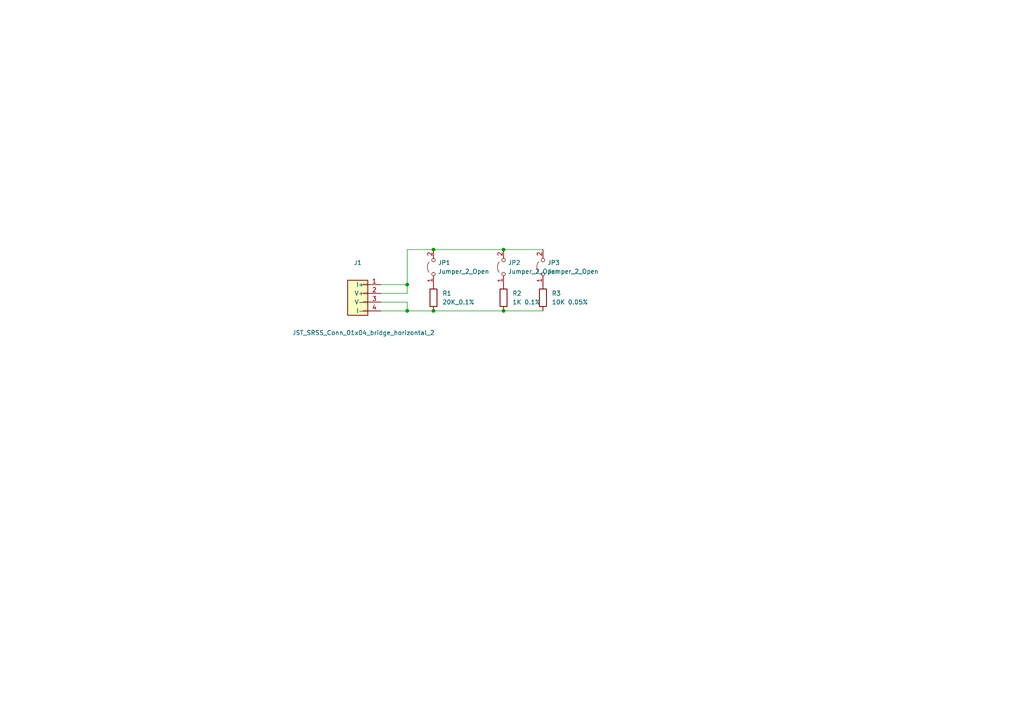
<source format=kicad_sch>
(kicad_sch (version 20211123) (generator eeschema)
  (paper "A4")
  (lib_symbols
    (symbol "0JLC-6:1K" (pin_numbers hide) (pin_names (offset 0))
      (property "Reference" "R" (at 2.032 0 90))
      (property "Value" "1K" (at 0 0 90))
      (symbol "1K_0_1"
        (rectangle (start -1.016 -2.54) (end 1.016 2.54) (stroke (width 0.254)))
      )
      (symbol "1K_1_1"
        (pin passive line (at 0 3.81 270) (length 1.27) (name "~") (number "1"))
        (pin passive line (at 0 -3.81 90) (length 1.27) (name "~") (number "2"))
      )
    )
    (symbol "0JLC-6:20K_0.1%" (pin_numbers hide) (pin_names (offset 0))
      (property "Reference" "R" (at 2.032 0 90))
      (property "Value" "20K_0.1%" (at 0 0 90))
      (symbol "20K_0.1%_0_1"
        (rectangle (start -1.016 -2.54) (end 1.016 2.54) (stroke (width 0.254)))
      )
      (symbol "20K_0.1%_1_1"
        (pin passive line (at 0 3.81 270) (length 1.27) (name "~") (number "1"))
        (pin passive line (at 0 -3.81 90) (length 1.27) (name "~") (number "2"))
      )
    )
    (symbol "0JLC-6:JST_SRSS_Conn_01x04_bridge_horizontal_2" (pin_names (offset 1.016))
      (property "Reference" "J" (at 0 5.08 0))
      (property "Value" "JST_SRSS_Conn_01x04_bridge_horizontal_2" (at 0 -7.62 0))
      (symbol "JST_SRSS_Conn_01x04_bridge_horizontal_2_1_1"
        (rectangle (start -1.27 -4.953) (end 0 -5.207) (stroke (width 0.1524)))
        (rectangle (start -1.27 -2.413) (end 0 -2.667) (stroke (width 0.1524)))
        (rectangle (start -1.27 0.127) (end 0 -0.127) (stroke (width 0.1524)))
        (rectangle (start -1.27 2.667) (end 0 2.413) (stroke (width 0.1524)))
        (rectangle (start -1.27 3.81) (end 4.572 -6.35) (stroke (width 0.254)) (fill (type background)))
        (pin passive line (at -5.08 2.54 0) (length 3.81) (name "I+") (number "1"))
        (pin passive line (at -5.08 0 0) (length 3.81) (name "V+") (number "2"))
        (pin passive line (at -5.08 -2.54 0) (length 3.81) (name "V-") (number "3"))
        (pin passive line (at -5.08 -5.08 0) (length 3.81) (name "I-") (number "4"))
      )
    )
    (symbol "Jumper:Jumper_2_Open" (pin_names (offset 0) hide)
      (property "Reference" "JP" (at 0 2.794 0))
      (property "Value" "Jumper_2_Open" (at 0 -2.286 0))
      (symbol "Jumper_2_Open_0_0"
        (circle (center -2.032 0) (radius 0.508))
        (circle (center 2.032 0) (radius 0.508))
      )
      (symbol "Jumper_2_Open_0_1"
        (arc (start 1.524 1.27) (mid 0 1.778) (end -1.524 1.27))
      )
      (symbol "Jumper_2_Open_1_1"
        (pin passive line (at -5.08 0 0) (length 2.54) (name "A") (number "1"))
        (pin passive line (at 5.08 0 180) (length 2.54) (name "B") (number "2"))
      )
    )
  )
  (junction (at 146.05 72.39))
  (junction (at 146.05 90.17))
  (junction (at 125.73 72.39))
  (junction (at 118.11 90.17))
  (junction (at 125.73 90.17))
  (junction (at 118.11 82.55))
  (wire (pts (xy 110.49 90.17) (xy 118.11 90.17)))
  (wire (pts (xy 125.73 72.39) (xy 118.11 72.39)))
  (wire (pts (xy 118.11 72.39) (xy 118.11 82.55)))
  (wire (pts (xy 125.73 90.17) (xy 146.05 90.17)))
  (wire (pts (xy 146.05 90.17) (xy 157.48 90.17)))
  (wire (pts (xy 118.11 90.17) (xy 125.73 90.17)))
  (wire (pts (xy 146.05 72.39) (xy 125.73 72.39)))
  (wire (pts (xy 118.11 85.09) (xy 110.49 85.09)))
  (wire (pts (xy 157.48 72.39) (xy 146.05 72.39)))
  (wire (pts (xy 118.11 87.63) (xy 118.11 90.17)))
  (wire (pts (xy 118.11 82.55) (xy 118.11 85.09)))
  (wire (pts (xy 110.49 82.55) (xy 118.11 82.55)))
  (wire (pts (xy 110.49 87.63) (xy 118.11 87.63)))
  (symbol (lib_id "Jumper:Jumper_2_Open") (at 146.05 77.47 90) (unit 1)
    (property "Reference" "JP2" (at 147.32 76.1999 90) (effects (justify right)))
    (property "Value" "Jumper_2_Open" (at 147.32 78.7399 90) (effects (justify right)))
    (property "Footprint" "Jumper:SolderJumper-2_P1.3mm_Open_RoundedPad1.0x1.5mm" (effects hide))
  )
  (symbol (lib_id "0JLC-6:20K_0.1%") (at 157.48 86.36 0) (unit 1)
    (property "Reference" "R3" (at 160.02 85.0899 0) (effects (justify left)))
    (property "Value" "10K 0.05%" (at 160.02 87.6299 0) (effects (justify left)))
    (property "Footprint" "Resistor_SMD:R_0603_1608Metric_Pad0.98x0.95mm_HandSolder" (effects hide))
    (property "LCSC" "C374378" (effects hide))
    (property "MPN" "AR03ATC1002A" (effects hide))
  )
  (symbol (lib_id "0JLC-6:1K") (at 146.05 86.36 0) (mirror y) (unit 1)
    (property "Reference" "R2" (at 148.59 85.0899 0) (effects (justify right)))
    (property "Value" "1K 0.1%" (at 148.59 87.6299 0) (effects (justify right)))
    (property "Footprint" "Resistor_SMD:R_0603_1608Metric_Pad0.98x0.95mm_HandSolder" (effects hide))
    (property "LCSC" "C328422" (effects hide))
    (property "MPN" "PTFR0603B1K00P9" (effects hide))
  )
  (symbol (lib_id "0JLC-6:20K_0.1%") (at 125.73 86.36 0) (unit 1)
    (property "Reference" "R1" (at 128.27 85.0899 0) (effects (justify left)))
    (property "Value" "20K_0.1%" (at 128.27 87.6299 0) (effects (justify left)))
    (property "Footprint" "Resistor_SMD:R_0603_1608Metric_Pad0.98x0.95mm_HandSolder" (effects hide))
    (property "LCSC" "C53197" (effects hide))
    (property "MPN" "TC0325B2002T5E" (effects hide))
  )
  (symbol (lib_id "Jumper:Jumper_2_Open") (at 157.48 77.47 90) (unit 1)
    (property "Reference" "JP3" (at 158.75 76.1999 90) (effects (justify right)))
    (property "Value" "Jumper_2_Open" (at 158.75 78.7399 90) (effects (justify right)))
    (property "Footprint" "Jumper:SolderJumper-2_P1.3mm_Open_RoundedPad1.0x1.5mm" (effects hide))
  )
  (symbol (lib_id "0JLC-6:JST_SRSS_Conn_01x04_bridge_horizontal_2") (at 105.41 85.09 0) (mirror y) (unit 1)
    (property "Reference" "J1" (at 103.759 76.2 0))
    (property "Value" "JST_SRSS_Conn_01x04_bridge_horizontal_2" (at 105.41 96.52 0))
    (property "Footprint" "Connector_JST:JST_SH_BM04B-SRSS-TB_1x04-1MP_P1.00mm_Vertical" (effects hide))
    (property "LCSC" "C371571" (effects hide))
    (property "MPN" "A1001WR-S" (effects hide))
  )
  (symbol (lib_id "Jumper:Jumper_2_Open") (at 125.73 77.47 90) (unit 1)
    (property "Reference" "JP1" (at 127 76.1999 90) (effects (justify right)))
    (property "Value" "Jumper_2_Open" (at 127 78.7399 90) (effects (justify right)))
    (property "Footprint" "Jumper:SolderJumper-2_P1.3mm_Open_RoundedPad1.0x1.5mm" (effects hide))
  )
)
</source>
